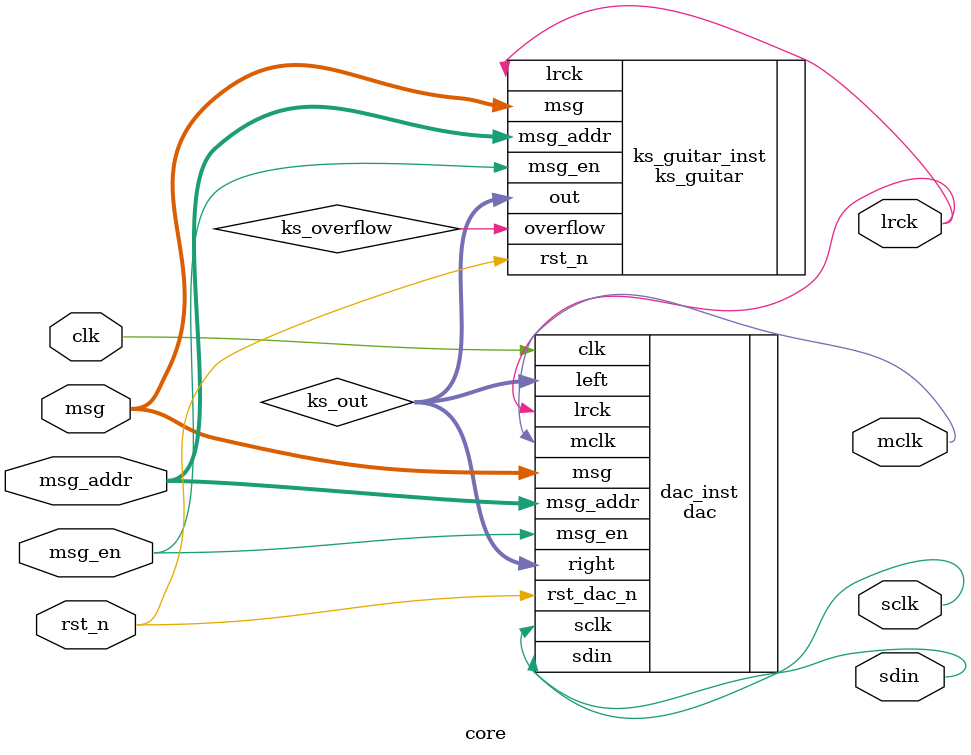
<source format=v>

`default_nettype none


module core (
   input clk,
   input rst_n,
   input msg_en,
   input [31:0] msg_addr,
   input [31:0] msg,
   output mclk,
   output lrck,
   output sclk,
   output sdin
);

wire signed [23:0] ks_out;
wire ks_overflow;
ks_guitar ks_guitar_inst (
   .lrck(lrck),
   .rst_n(rst_n),
   .msg_en(msg_en),
   .msg_addr(msg_addr),
   .msg(msg),
   .out(ks_out),
   .overflow(ks_overflow)
);

dac dac_inst (
   .clk(clk),
   .rst_dac_n(rst_n),
   .left(ks_out),
   .right(ks_out),
   .msg_en(msg_en),
   .msg_addr(msg_addr),
   .msg(msg),
   .mclk(mclk),
   .sclk(sclk),
   .lrck(lrck),
   .sdin(sdin)
);

endmodule

`default_nettype wire

</source>
